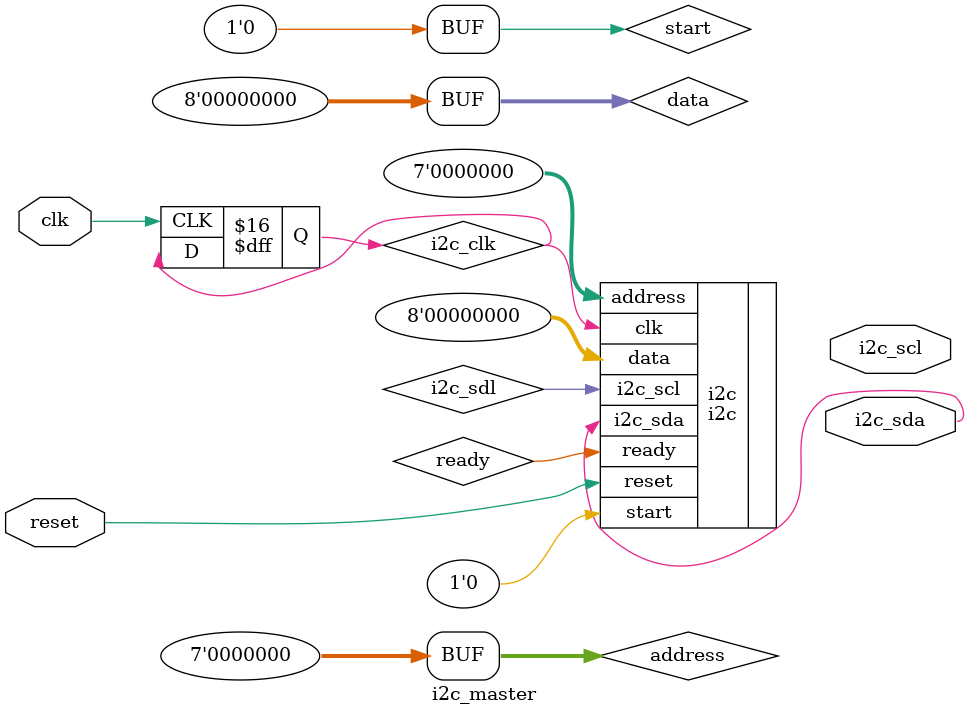
<source format=sv>
`timescale 1ns / 1ps


module i2c_master(
    input clk,
    output i2c_sda,
    output i2c_scl,
    input reset
    );
    
    parameter DELAY = 1000;
    
    reg i2c_clk = 0;
    reg start = 0;
    reg [6:0] address = 0;
    reg [7:0] data = 0;
    
    wire ready;
    
    // generate 100kHz clock
    always @(posedge clk) begin
        if(count == DELAY/2) begin
            i2c_clk = ~i2c_clk;
            count = 0;
        end
        else begin
            count = count + 1;
        end
    end
    
    i2c i2c(
        .clk(i2c_clk),
        .reset(reset),
        .start(start),
        .address(address),
        .data(data),
        .i2c_sda(i2c_sda),
        .i2c_scl(i2c_sdl),
        .ready(ready)
        );
        
    always @(posedge ready) begin
        
    end
    
endmodule

</source>
